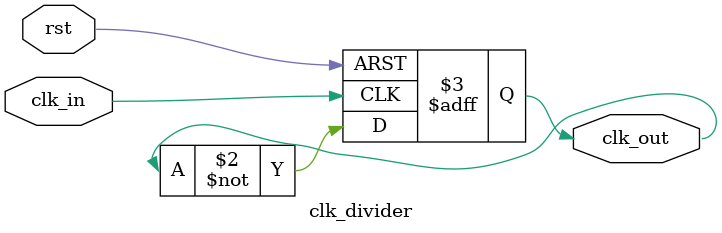
<source format=v>
`timescale 1ns / 1ps

module clk_divider(
    input clk_in,
    input rst,
    output reg clk_out
);

    always @(posedge clk_in or posedge rst) begin
        if (rst) begin
            clk_out <= 0;
        end else begin
            clk_out <= ~clk_out;
        end
    end

endmodule

</source>
